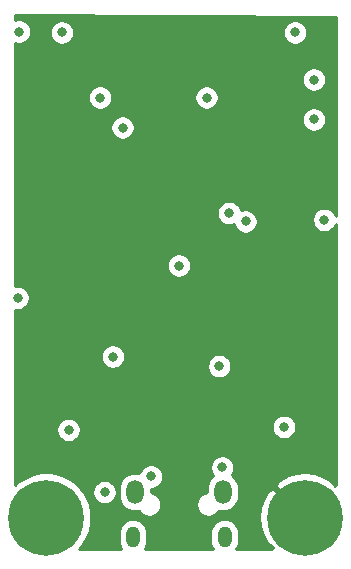
<source format=gbr>
%TF.GenerationSoftware,KiCad,Pcbnew,(5.1.12-1-10_14)*%
%TF.CreationDate,2022-01-26T17:57:44+01:00*%
%TF.ProjectId,tiny-led-esp32,74696e79-2d6c-4656-942d-65737033322e,rev?*%
%TF.SameCoordinates,Original*%
%TF.FileFunction,Copper,L3,Inr*%
%TF.FilePolarity,Positive*%
%FSLAX46Y46*%
G04 Gerber Fmt 4.6, Leading zero omitted, Abs format (unit mm)*
G04 Created by KiCad (PCBNEW (5.1.12-1-10_14)) date 2022-01-26 17:57:44*
%MOMM*%
%LPD*%
G01*
G04 APERTURE LIST*
%TA.AperFunction,ComponentPad*%
%ADD10C,0.800000*%
%TD*%
%TA.AperFunction,ComponentPad*%
%ADD11C,6.400000*%
%TD*%
%TA.AperFunction,ComponentPad*%
%ADD12O,1.150000X1.800000*%
%TD*%
%TA.AperFunction,ComponentPad*%
%ADD13O,1.450000X2.000000*%
%TD*%
%TA.AperFunction,ViaPad*%
%ADD14C,0.800000*%
%TD*%
%TA.AperFunction,Conductor*%
%ADD15C,0.254000*%
%TD*%
%TA.AperFunction,Conductor*%
%ADD16C,0.100000*%
%TD*%
G04 APERTURE END LIST*
D10*
%TO.N,+5V*%
%TO.C,H2*%
X165400056Y-123905944D03*
X163703000Y-123203000D03*
X162005944Y-123905944D03*
X161303000Y-125603000D03*
X162005944Y-127300056D03*
X163703000Y-128003000D03*
X165400056Y-127300056D03*
X166103000Y-125603000D03*
D11*
X163703000Y-125603000D03*
%TD*%
D10*
%TO.N,GND*%
%TO.C,H1*%
X143505256Y-123905944D03*
X141808200Y-123203000D03*
X140111144Y-123905944D03*
X139408200Y-125603000D03*
X140111144Y-127300056D03*
X141808200Y-128003000D03*
X143505256Y-127300056D03*
X144208200Y-125603000D03*
D11*
X141808200Y-125603000D03*
%TD*%
D12*
%TO.N,Net-(J1-Pad6)*%
%TO.C,J1*%
X149160000Y-127235500D03*
X156910000Y-127235500D03*
D13*
X149310000Y-123435500D03*
X156760000Y-123435500D03*
%TD*%
D14*
%TO.N,+5V*%
X160528000Y-102489000D03*
X149606000Y-112776000D03*
X150050500Y-91630500D03*
X155384500Y-122110500D03*
X149225000Y-121348500D03*
X145732500Y-102489000D03*
X146390000Y-119085000D03*
X164280000Y-119195000D03*
%TO.N,Net-(D1-Pad4)*%
X139509500Y-84455000D03*
%TO.N,GND*%
X156464000Y-112776000D03*
X146748500Y-123444000D03*
X148272500Y-92583000D03*
X146367500Y-90043000D03*
X155384500Y-90043000D03*
X139382500Y-106997500D03*
X150685500Y-122110500D03*
X156718000Y-121348500D03*
X143700500Y-118173500D03*
X161925000Y-117919500D03*
X158686500Y-100520500D03*
X143129000Y-84518500D03*
X162877500Y-84518500D03*
X164465000Y-88519000D03*
X164465000Y-91884500D03*
X165354000Y-100393500D03*
X147450999Y-111975999D03*
%TO.N,+3V3*%
X153035000Y-104267000D03*
X157289500Y-99822000D03*
%TD*%
D15*
%TO.N,+5V*%
X166345000Y-83182068D02*
X166345000Y-100081401D01*
X166271205Y-99903244D01*
X166157937Y-99733726D01*
X166013774Y-99589563D01*
X165844256Y-99476295D01*
X165655898Y-99398274D01*
X165455939Y-99358500D01*
X165252061Y-99358500D01*
X165052102Y-99398274D01*
X164863744Y-99476295D01*
X164694226Y-99589563D01*
X164550063Y-99733726D01*
X164436795Y-99903244D01*
X164358774Y-100091602D01*
X164319000Y-100291561D01*
X164319000Y-100495439D01*
X164358774Y-100695398D01*
X164436795Y-100883756D01*
X164550063Y-101053274D01*
X164694226Y-101197437D01*
X164863744Y-101310705D01*
X165052102Y-101388726D01*
X165252061Y-101428500D01*
X165455939Y-101428500D01*
X165655898Y-101388726D01*
X165844256Y-101310705D01*
X166013774Y-101197437D01*
X166157937Y-101053274D01*
X166271205Y-100883756D01*
X166345000Y-100705599D01*
X166345001Y-122796119D01*
X166337637Y-122788755D01*
X166224275Y-122902117D01*
X165864088Y-122412452D01*
X165200118Y-122052151D01*
X164478615Y-121828306D01*
X163727305Y-121749520D01*
X162975062Y-121818822D01*
X162250792Y-122033548D01*
X161582330Y-122385445D01*
X161541912Y-122412452D01*
X161181724Y-122902119D01*
X163703000Y-125423395D01*
X163717143Y-125409253D01*
X163896748Y-125588858D01*
X163882605Y-125603000D01*
X163896748Y-125617143D01*
X163717143Y-125796748D01*
X163703000Y-125782605D01*
X163688858Y-125796748D01*
X163509253Y-125617143D01*
X163523395Y-125603000D01*
X161002119Y-123081724D01*
X160512452Y-123441912D01*
X160152151Y-124105882D01*
X159928306Y-124827385D01*
X159849520Y-125578695D01*
X159918822Y-126330938D01*
X160133548Y-127055208D01*
X160485445Y-127723670D01*
X160512452Y-127764088D01*
X161002117Y-128124275D01*
X160888755Y-128237637D01*
X160896118Y-128245000D01*
X157913553Y-128245000D01*
X157920946Y-128235992D01*
X158033303Y-128025787D01*
X158102492Y-127797701D01*
X158120000Y-127619937D01*
X158120000Y-126851064D01*
X158102492Y-126673300D01*
X158033303Y-126445213D01*
X157920946Y-126235008D01*
X157769739Y-126050761D01*
X157585492Y-125899554D01*
X157375287Y-125787197D01*
X157147201Y-125718008D01*
X156910000Y-125694646D01*
X156672800Y-125718008D01*
X156444714Y-125787197D01*
X156234509Y-125899554D01*
X156050262Y-126050761D01*
X155899055Y-126235008D01*
X155786697Y-126445213D01*
X155717508Y-126673299D01*
X155700000Y-126851063D01*
X155700000Y-127619936D01*
X155717508Y-127797700D01*
X155786697Y-128025786D01*
X155899054Y-128235991D01*
X155906447Y-128245000D01*
X150163553Y-128245000D01*
X150170946Y-128235992D01*
X150283303Y-128025787D01*
X150352492Y-127797701D01*
X150370000Y-127619937D01*
X150370000Y-126851064D01*
X150352492Y-126673300D01*
X150283303Y-126445213D01*
X150170946Y-126235008D01*
X150019739Y-126050761D01*
X149835492Y-125899554D01*
X149625287Y-125787197D01*
X149397201Y-125718008D01*
X149160000Y-125694646D01*
X148922800Y-125718008D01*
X148694714Y-125787197D01*
X148484509Y-125899554D01*
X148300262Y-126050761D01*
X148149055Y-126235008D01*
X148036697Y-126445213D01*
X147967508Y-126673299D01*
X147950000Y-126851063D01*
X147950000Y-127619936D01*
X147967508Y-127797700D01*
X148036697Y-128025786D01*
X148149054Y-128235991D01*
X148156447Y-128245000D01*
X144589709Y-128245000D01*
X144787039Y-128047670D01*
X145206733Y-127419554D01*
X145495823Y-126721628D01*
X145643200Y-125980715D01*
X145643200Y-125225285D01*
X145495823Y-124484372D01*
X145206733Y-123786446D01*
X144909805Y-123342061D01*
X145713500Y-123342061D01*
X145713500Y-123545939D01*
X145753274Y-123745898D01*
X145831295Y-123934256D01*
X145944563Y-124103774D01*
X146088726Y-124247937D01*
X146258244Y-124361205D01*
X146446602Y-124439226D01*
X146646561Y-124479000D01*
X146850439Y-124479000D01*
X147050398Y-124439226D01*
X147238756Y-124361205D01*
X147408274Y-124247937D01*
X147552437Y-124103774D01*
X147665705Y-123934256D01*
X147743726Y-123745898D01*
X147783500Y-123545939D01*
X147783500Y-123342061D01*
X147743726Y-123142102D01*
X147723674Y-123093691D01*
X147950000Y-123093691D01*
X147950000Y-123777308D01*
X147969678Y-123977106D01*
X148047445Y-124233467D01*
X148173730Y-124469730D01*
X148343682Y-124676817D01*
X148550769Y-124846770D01*
X148787032Y-124973055D01*
X149043393Y-125050822D01*
X149310000Y-125077080D01*
X149576606Y-125050822D01*
X149652558Y-125027782D01*
X149731063Y-125145274D01*
X149875226Y-125289437D01*
X150044744Y-125402705D01*
X150233102Y-125480726D01*
X150433061Y-125520500D01*
X150636939Y-125520500D01*
X150836898Y-125480726D01*
X151025256Y-125402705D01*
X151194774Y-125289437D01*
X151338937Y-125145274D01*
X151452205Y-124975756D01*
X151530226Y-124787398D01*
X151570000Y-124587439D01*
X151570000Y-124383561D01*
X154500000Y-124383561D01*
X154500000Y-124587439D01*
X154539774Y-124787398D01*
X154617795Y-124975756D01*
X154731063Y-125145274D01*
X154875226Y-125289437D01*
X155044744Y-125402705D01*
X155233102Y-125480726D01*
X155433061Y-125520500D01*
X155636939Y-125520500D01*
X155836898Y-125480726D01*
X156025256Y-125402705D01*
X156194774Y-125289437D01*
X156338937Y-125145274D01*
X156417442Y-125027782D01*
X156493393Y-125050822D01*
X156760000Y-125077080D01*
X157026606Y-125050822D01*
X157282967Y-124973055D01*
X157519230Y-124846770D01*
X157726317Y-124676818D01*
X157896270Y-124469731D01*
X158022555Y-124233468D01*
X158100322Y-123977107D01*
X158120000Y-123777309D01*
X158120000Y-123093692D01*
X158100322Y-122893894D01*
X158022555Y-122637532D01*
X157896270Y-122401269D01*
X157726318Y-122194182D01*
X157519231Y-122024230D01*
X157510596Y-122019615D01*
X157521937Y-122008274D01*
X157635205Y-121838756D01*
X157713226Y-121650398D01*
X157753000Y-121450439D01*
X157753000Y-121246561D01*
X157713226Y-121046602D01*
X157635205Y-120858244D01*
X157521937Y-120688726D01*
X157377774Y-120544563D01*
X157208256Y-120431295D01*
X157019898Y-120353274D01*
X156819939Y-120313500D01*
X156616061Y-120313500D01*
X156416102Y-120353274D01*
X156227744Y-120431295D01*
X156058226Y-120544563D01*
X155914063Y-120688726D01*
X155800795Y-120858244D01*
X155722774Y-121046602D01*
X155683000Y-121246561D01*
X155683000Y-121450439D01*
X155722774Y-121650398D01*
X155800795Y-121838756D01*
X155914063Y-122008274D01*
X155961910Y-122056121D01*
X155793683Y-122194182D01*
X155623730Y-122401269D01*
X155497445Y-122637532D01*
X155419678Y-122893893D01*
X155400000Y-123093691D01*
X155400000Y-123457076D01*
X155233102Y-123490274D01*
X155044744Y-123568295D01*
X154875226Y-123681563D01*
X154731063Y-123825726D01*
X154617795Y-123995244D01*
X154539774Y-124183602D01*
X154500000Y-124383561D01*
X151570000Y-124383561D01*
X151530226Y-124183602D01*
X151452205Y-123995244D01*
X151338937Y-123825726D01*
X151194774Y-123681563D01*
X151025256Y-123568295D01*
X150836898Y-123490274D01*
X150670000Y-123457076D01*
X150670000Y-123145500D01*
X150787439Y-123145500D01*
X150987398Y-123105726D01*
X151175756Y-123027705D01*
X151345274Y-122914437D01*
X151489437Y-122770274D01*
X151602705Y-122600756D01*
X151680726Y-122412398D01*
X151720500Y-122212439D01*
X151720500Y-122008561D01*
X151680726Y-121808602D01*
X151602705Y-121620244D01*
X151489437Y-121450726D01*
X151345274Y-121306563D01*
X151175756Y-121193295D01*
X150987398Y-121115274D01*
X150787439Y-121075500D01*
X150583561Y-121075500D01*
X150383602Y-121115274D01*
X150195244Y-121193295D01*
X150025726Y-121306563D01*
X149881563Y-121450726D01*
X149768295Y-121620244D01*
X149690274Y-121808602D01*
X149681634Y-121852038D01*
X149576607Y-121820178D01*
X149310000Y-121793920D01*
X149043394Y-121820178D01*
X148787033Y-121897945D01*
X148550770Y-122024230D01*
X148343683Y-122194182D01*
X148173730Y-122401269D01*
X148047445Y-122637532D01*
X147969678Y-122893893D01*
X147950000Y-123093691D01*
X147723674Y-123093691D01*
X147665705Y-122953744D01*
X147552437Y-122784226D01*
X147408274Y-122640063D01*
X147238756Y-122526795D01*
X147050398Y-122448774D01*
X146850439Y-122409000D01*
X146646561Y-122409000D01*
X146446602Y-122448774D01*
X146258244Y-122526795D01*
X146088726Y-122640063D01*
X145944563Y-122784226D01*
X145831295Y-122953744D01*
X145753274Y-123142102D01*
X145713500Y-123342061D01*
X144909805Y-123342061D01*
X144787039Y-123158330D01*
X144252870Y-122624161D01*
X143624754Y-122204467D01*
X142926828Y-121915377D01*
X142185915Y-121768000D01*
X141430485Y-121768000D01*
X140689572Y-121915377D01*
X139991646Y-122204467D01*
X139363530Y-122624161D01*
X139153500Y-122834191D01*
X139153500Y-118071561D01*
X142665500Y-118071561D01*
X142665500Y-118275439D01*
X142705274Y-118475398D01*
X142783295Y-118663756D01*
X142896563Y-118833274D01*
X143040726Y-118977437D01*
X143210244Y-119090705D01*
X143398602Y-119168726D01*
X143598561Y-119208500D01*
X143802439Y-119208500D01*
X144002398Y-119168726D01*
X144190756Y-119090705D01*
X144360274Y-118977437D01*
X144504437Y-118833274D01*
X144617705Y-118663756D01*
X144695726Y-118475398D01*
X144735500Y-118275439D01*
X144735500Y-118071561D01*
X144695726Y-117871602D01*
X144673342Y-117817561D01*
X160890000Y-117817561D01*
X160890000Y-118021439D01*
X160929774Y-118221398D01*
X161007795Y-118409756D01*
X161121063Y-118579274D01*
X161265226Y-118723437D01*
X161434744Y-118836705D01*
X161623102Y-118914726D01*
X161823061Y-118954500D01*
X162026939Y-118954500D01*
X162226898Y-118914726D01*
X162415256Y-118836705D01*
X162584774Y-118723437D01*
X162728937Y-118579274D01*
X162842205Y-118409756D01*
X162920226Y-118221398D01*
X162960000Y-118021439D01*
X162960000Y-117817561D01*
X162920226Y-117617602D01*
X162842205Y-117429244D01*
X162728937Y-117259726D01*
X162584774Y-117115563D01*
X162415256Y-117002295D01*
X162226898Y-116924274D01*
X162026939Y-116884500D01*
X161823061Y-116884500D01*
X161623102Y-116924274D01*
X161434744Y-117002295D01*
X161265226Y-117115563D01*
X161121063Y-117259726D01*
X161007795Y-117429244D01*
X160929774Y-117617602D01*
X160890000Y-117817561D01*
X144673342Y-117817561D01*
X144617705Y-117683244D01*
X144504437Y-117513726D01*
X144360274Y-117369563D01*
X144190756Y-117256295D01*
X144002398Y-117178274D01*
X143802439Y-117138500D01*
X143598561Y-117138500D01*
X143398602Y-117178274D01*
X143210244Y-117256295D01*
X143040726Y-117369563D01*
X142896563Y-117513726D01*
X142783295Y-117683244D01*
X142705274Y-117871602D01*
X142665500Y-118071561D01*
X139153500Y-118071561D01*
X139153500Y-111874060D01*
X146415999Y-111874060D01*
X146415999Y-112077938D01*
X146455773Y-112277897D01*
X146533794Y-112466255D01*
X146647062Y-112635773D01*
X146791225Y-112779936D01*
X146960743Y-112893204D01*
X147149101Y-112971225D01*
X147349060Y-113010999D01*
X147552938Y-113010999D01*
X147752897Y-112971225D01*
X147941255Y-112893204D01*
X148110773Y-112779936D01*
X148216648Y-112674061D01*
X155429000Y-112674061D01*
X155429000Y-112877939D01*
X155468774Y-113077898D01*
X155546795Y-113266256D01*
X155660063Y-113435774D01*
X155804226Y-113579937D01*
X155973744Y-113693205D01*
X156162102Y-113771226D01*
X156362061Y-113811000D01*
X156565939Y-113811000D01*
X156765898Y-113771226D01*
X156954256Y-113693205D01*
X157123774Y-113579937D01*
X157267937Y-113435774D01*
X157381205Y-113266256D01*
X157459226Y-113077898D01*
X157499000Y-112877939D01*
X157499000Y-112674061D01*
X157459226Y-112474102D01*
X157381205Y-112285744D01*
X157267937Y-112116226D01*
X157123774Y-111972063D01*
X156954256Y-111858795D01*
X156765898Y-111780774D01*
X156565939Y-111741000D01*
X156362061Y-111741000D01*
X156162102Y-111780774D01*
X155973744Y-111858795D01*
X155804226Y-111972063D01*
X155660063Y-112116226D01*
X155546795Y-112285744D01*
X155468774Y-112474102D01*
X155429000Y-112674061D01*
X148216648Y-112674061D01*
X148254936Y-112635773D01*
X148368204Y-112466255D01*
X148446225Y-112277897D01*
X148485999Y-112077938D01*
X148485999Y-111874060D01*
X148446225Y-111674101D01*
X148368204Y-111485743D01*
X148254936Y-111316225D01*
X148110773Y-111172062D01*
X147941255Y-111058794D01*
X147752897Y-110980773D01*
X147552938Y-110940999D01*
X147349060Y-110940999D01*
X147149101Y-110980773D01*
X146960743Y-111058794D01*
X146791225Y-111172062D01*
X146647062Y-111316225D01*
X146533794Y-111485743D01*
X146455773Y-111674101D01*
X146415999Y-111874060D01*
X139153500Y-111874060D01*
X139153500Y-108007226D01*
X139280561Y-108032500D01*
X139484439Y-108032500D01*
X139684398Y-107992726D01*
X139872756Y-107914705D01*
X140042274Y-107801437D01*
X140186437Y-107657274D01*
X140299705Y-107487756D01*
X140377726Y-107299398D01*
X140417500Y-107099439D01*
X140417500Y-106895561D01*
X140377726Y-106695602D01*
X140299705Y-106507244D01*
X140186437Y-106337726D01*
X140042274Y-106193563D01*
X139872756Y-106080295D01*
X139684398Y-106002274D01*
X139484439Y-105962500D01*
X139280561Y-105962500D01*
X139153500Y-105987774D01*
X139153500Y-104165061D01*
X152000000Y-104165061D01*
X152000000Y-104368939D01*
X152039774Y-104568898D01*
X152117795Y-104757256D01*
X152231063Y-104926774D01*
X152375226Y-105070937D01*
X152544744Y-105184205D01*
X152733102Y-105262226D01*
X152933061Y-105302000D01*
X153136939Y-105302000D01*
X153336898Y-105262226D01*
X153525256Y-105184205D01*
X153694774Y-105070937D01*
X153838937Y-104926774D01*
X153952205Y-104757256D01*
X154030226Y-104568898D01*
X154070000Y-104368939D01*
X154070000Y-104165061D01*
X154030226Y-103965102D01*
X153952205Y-103776744D01*
X153838937Y-103607226D01*
X153694774Y-103463063D01*
X153525256Y-103349795D01*
X153336898Y-103271774D01*
X153136939Y-103232000D01*
X152933061Y-103232000D01*
X152733102Y-103271774D01*
X152544744Y-103349795D01*
X152375226Y-103463063D01*
X152231063Y-103607226D01*
X152117795Y-103776744D01*
X152039774Y-103965102D01*
X152000000Y-104165061D01*
X139153500Y-104165061D01*
X139153500Y-99720061D01*
X156254500Y-99720061D01*
X156254500Y-99923939D01*
X156294274Y-100123898D01*
X156372295Y-100312256D01*
X156485563Y-100481774D01*
X156629726Y-100625937D01*
X156799244Y-100739205D01*
X156987602Y-100817226D01*
X157187561Y-100857000D01*
X157391439Y-100857000D01*
X157591398Y-100817226D01*
X157682721Y-100779399D01*
X157691274Y-100822398D01*
X157769295Y-101010756D01*
X157882563Y-101180274D01*
X158026726Y-101324437D01*
X158196244Y-101437705D01*
X158384602Y-101515726D01*
X158584561Y-101555500D01*
X158788439Y-101555500D01*
X158988398Y-101515726D01*
X159176756Y-101437705D01*
X159346274Y-101324437D01*
X159490437Y-101180274D01*
X159603705Y-101010756D01*
X159681726Y-100822398D01*
X159721500Y-100622439D01*
X159721500Y-100418561D01*
X159681726Y-100218602D01*
X159603705Y-100030244D01*
X159490437Y-99860726D01*
X159346274Y-99716563D01*
X159176756Y-99603295D01*
X158988398Y-99525274D01*
X158788439Y-99485500D01*
X158584561Y-99485500D01*
X158384602Y-99525274D01*
X158293279Y-99563101D01*
X158284726Y-99520102D01*
X158206705Y-99331744D01*
X158093437Y-99162226D01*
X157949274Y-99018063D01*
X157779756Y-98904795D01*
X157591398Y-98826774D01*
X157391439Y-98787000D01*
X157187561Y-98787000D01*
X156987602Y-98826774D01*
X156799244Y-98904795D01*
X156629726Y-99018063D01*
X156485563Y-99162226D01*
X156372295Y-99331744D01*
X156294274Y-99520102D01*
X156254500Y-99720061D01*
X139153500Y-99720061D01*
X139153500Y-92481061D01*
X147237500Y-92481061D01*
X147237500Y-92684939D01*
X147277274Y-92884898D01*
X147355295Y-93073256D01*
X147468563Y-93242774D01*
X147612726Y-93386937D01*
X147782244Y-93500205D01*
X147970602Y-93578226D01*
X148170561Y-93618000D01*
X148374439Y-93618000D01*
X148574398Y-93578226D01*
X148762756Y-93500205D01*
X148932274Y-93386937D01*
X149076437Y-93242774D01*
X149189705Y-93073256D01*
X149267726Y-92884898D01*
X149307500Y-92684939D01*
X149307500Y-92481061D01*
X149267726Y-92281102D01*
X149189705Y-92092744D01*
X149076437Y-91923226D01*
X148935772Y-91782561D01*
X163430000Y-91782561D01*
X163430000Y-91986439D01*
X163469774Y-92186398D01*
X163547795Y-92374756D01*
X163661063Y-92544274D01*
X163805226Y-92688437D01*
X163974744Y-92801705D01*
X164163102Y-92879726D01*
X164363061Y-92919500D01*
X164566939Y-92919500D01*
X164766898Y-92879726D01*
X164955256Y-92801705D01*
X165124774Y-92688437D01*
X165268937Y-92544274D01*
X165382205Y-92374756D01*
X165460226Y-92186398D01*
X165500000Y-91986439D01*
X165500000Y-91782561D01*
X165460226Y-91582602D01*
X165382205Y-91394244D01*
X165268937Y-91224726D01*
X165124774Y-91080563D01*
X164955256Y-90967295D01*
X164766898Y-90889274D01*
X164566939Y-90849500D01*
X164363061Y-90849500D01*
X164163102Y-90889274D01*
X163974744Y-90967295D01*
X163805226Y-91080563D01*
X163661063Y-91224726D01*
X163547795Y-91394244D01*
X163469774Y-91582602D01*
X163430000Y-91782561D01*
X148935772Y-91782561D01*
X148932274Y-91779063D01*
X148762756Y-91665795D01*
X148574398Y-91587774D01*
X148374439Y-91548000D01*
X148170561Y-91548000D01*
X147970602Y-91587774D01*
X147782244Y-91665795D01*
X147612726Y-91779063D01*
X147468563Y-91923226D01*
X147355295Y-92092744D01*
X147277274Y-92281102D01*
X147237500Y-92481061D01*
X139153500Y-92481061D01*
X139153500Y-89941061D01*
X145332500Y-89941061D01*
X145332500Y-90144939D01*
X145372274Y-90344898D01*
X145450295Y-90533256D01*
X145563563Y-90702774D01*
X145707726Y-90846937D01*
X145877244Y-90960205D01*
X146065602Y-91038226D01*
X146265561Y-91078000D01*
X146469439Y-91078000D01*
X146669398Y-91038226D01*
X146857756Y-90960205D01*
X147027274Y-90846937D01*
X147171437Y-90702774D01*
X147284705Y-90533256D01*
X147362726Y-90344898D01*
X147402500Y-90144939D01*
X147402500Y-89941061D01*
X154349500Y-89941061D01*
X154349500Y-90144939D01*
X154389274Y-90344898D01*
X154467295Y-90533256D01*
X154580563Y-90702774D01*
X154724726Y-90846937D01*
X154894244Y-90960205D01*
X155082602Y-91038226D01*
X155282561Y-91078000D01*
X155486439Y-91078000D01*
X155686398Y-91038226D01*
X155874756Y-90960205D01*
X156044274Y-90846937D01*
X156188437Y-90702774D01*
X156301705Y-90533256D01*
X156379726Y-90344898D01*
X156419500Y-90144939D01*
X156419500Y-89941061D01*
X156379726Y-89741102D01*
X156301705Y-89552744D01*
X156188437Y-89383226D01*
X156044274Y-89239063D01*
X155874756Y-89125795D01*
X155686398Y-89047774D01*
X155486439Y-89008000D01*
X155282561Y-89008000D01*
X155082602Y-89047774D01*
X154894244Y-89125795D01*
X154724726Y-89239063D01*
X154580563Y-89383226D01*
X154467295Y-89552744D01*
X154389274Y-89741102D01*
X154349500Y-89941061D01*
X147402500Y-89941061D01*
X147362726Y-89741102D01*
X147284705Y-89552744D01*
X147171437Y-89383226D01*
X147027274Y-89239063D01*
X146857756Y-89125795D01*
X146669398Y-89047774D01*
X146469439Y-89008000D01*
X146265561Y-89008000D01*
X146065602Y-89047774D01*
X145877244Y-89125795D01*
X145707726Y-89239063D01*
X145563563Y-89383226D01*
X145450295Y-89552744D01*
X145372274Y-89741102D01*
X145332500Y-89941061D01*
X139153500Y-89941061D01*
X139153500Y-88417061D01*
X163430000Y-88417061D01*
X163430000Y-88620939D01*
X163469774Y-88820898D01*
X163547795Y-89009256D01*
X163661063Y-89178774D01*
X163805226Y-89322937D01*
X163974744Y-89436205D01*
X164163102Y-89514226D01*
X164363061Y-89554000D01*
X164566939Y-89554000D01*
X164766898Y-89514226D01*
X164955256Y-89436205D01*
X165124774Y-89322937D01*
X165268937Y-89178774D01*
X165382205Y-89009256D01*
X165460226Y-88820898D01*
X165500000Y-88620939D01*
X165500000Y-88417061D01*
X165460226Y-88217102D01*
X165382205Y-88028744D01*
X165268937Y-87859226D01*
X165124774Y-87715063D01*
X164955256Y-87601795D01*
X164766898Y-87523774D01*
X164566939Y-87484000D01*
X164363061Y-87484000D01*
X164163102Y-87523774D01*
X163974744Y-87601795D01*
X163805226Y-87715063D01*
X163661063Y-87859226D01*
X163547795Y-88028744D01*
X163469774Y-88217102D01*
X163430000Y-88417061D01*
X139153500Y-88417061D01*
X139153500Y-85427816D01*
X139207602Y-85450226D01*
X139407561Y-85490000D01*
X139611439Y-85490000D01*
X139811398Y-85450226D01*
X139999756Y-85372205D01*
X140169274Y-85258937D01*
X140313437Y-85114774D01*
X140426705Y-84945256D01*
X140504726Y-84756898D01*
X140544500Y-84556939D01*
X140544500Y-84416561D01*
X142094000Y-84416561D01*
X142094000Y-84620439D01*
X142133774Y-84820398D01*
X142211795Y-85008756D01*
X142325063Y-85178274D01*
X142469226Y-85322437D01*
X142638744Y-85435705D01*
X142827102Y-85513726D01*
X143027061Y-85553500D01*
X143230939Y-85553500D01*
X143430898Y-85513726D01*
X143619256Y-85435705D01*
X143788774Y-85322437D01*
X143932937Y-85178274D01*
X144046205Y-85008756D01*
X144124226Y-84820398D01*
X144164000Y-84620439D01*
X144164000Y-84416561D01*
X161842500Y-84416561D01*
X161842500Y-84620439D01*
X161882274Y-84820398D01*
X161960295Y-85008756D01*
X162073563Y-85178274D01*
X162217726Y-85322437D01*
X162387244Y-85435705D01*
X162575602Y-85513726D01*
X162775561Y-85553500D01*
X162979439Y-85553500D01*
X163179398Y-85513726D01*
X163367756Y-85435705D01*
X163537274Y-85322437D01*
X163681437Y-85178274D01*
X163794705Y-85008756D01*
X163872726Y-84820398D01*
X163912500Y-84620439D01*
X163912500Y-84416561D01*
X163872726Y-84216602D01*
X163794705Y-84028244D01*
X163681437Y-83858726D01*
X163537274Y-83714563D01*
X163367756Y-83601295D01*
X163179398Y-83523274D01*
X162979439Y-83483500D01*
X162775561Y-83483500D01*
X162575602Y-83523274D01*
X162387244Y-83601295D01*
X162217726Y-83714563D01*
X162073563Y-83858726D01*
X161960295Y-84028244D01*
X161882274Y-84216602D01*
X161842500Y-84416561D01*
X144164000Y-84416561D01*
X144124226Y-84216602D01*
X144046205Y-84028244D01*
X143932937Y-83858726D01*
X143788774Y-83714563D01*
X143619256Y-83601295D01*
X143430898Y-83523274D01*
X143230939Y-83483500D01*
X143027061Y-83483500D01*
X142827102Y-83523274D01*
X142638744Y-83601295D01*
X142469226Y-83714563D01*
X142325063Y-83858726D01*
X142211795Y-84028244D01*
X142133774Y-84216602D01*
X142094000Y-84416561D01*
X140544500Y-84416561D01*
X140544500Y-84353061D01*
X140504726Y-84153102D01*
X140426705Y-83964744D01*
X140313437Y-83795226D01*
X140169274Y-83651063D01*
X139999756Y-83537795D01*
X139811398Y-83459774D01*
X139611439Y-83420000D01*
X139407561Y-83420000D01*
X139207602Y-83459774D01*
X139153500Y-83482184D01*
X139153500Y-83061217D01*
X166345000Y-83182068D01*
%TA.AperFunction,Conductor*%
D16*
G36*
X166345000Y-83182068D02*
G01*
X166345000Y-100081401D01*
X166271205Y-99903244D01*
X166157937Y-99733726D01*
X166013774Y-99589563D01*
X165844256Y-99476295D01*
X165655898Y-99398274D01*
X165455939Y-99358500D01*
X165252061Y-99358500D01*
X165052102Y-99398274D01*
X164863744Y-99476295D01*
X164694226Y-99589563D01*
X164550063Y-99733726D01*
X164436795Y-99903244D01*
X164358774Y-100091602D01*
X164319000Y-100291561D01*
X164319000Y-100495439D01*
X164358774Y-100695398D01*
X164436795Y-100883756D01*
X164550063Y-101053274D01*
X164694226Y-101197437D01*
X164863744Y-101310705D01*
X165052102Y-101388726D01*
X165252061Y-101428500D01*
X165455939Y-101428500D01*
X165655898Y-101388726D01*
X165844256Y-101310705D01*
X166013774Y-101197437D01*
X166157937Y-101053274D01*
X166271205Y-100883756D01*
X166345000Y-100705599D01*
X166345001Y-122796119D01*
X166337637Y-122788755D01*
X166224275Y-122902117D01*
X165864088Y-122412452D01*
X165200118Y-122052151D01*
X164478615Y-121828306D01*
X163727305Y-121749520D01*
X162975062Y-121818822D01*
X162250792Y-122033548D01*
X161582330Y-122385445D01*
X161541912Y-122412452D01*
X161181724Y-122902119D01*
X163703000Y-125423395D01*
X163717143Y-125409253D01*
X163896748Y-125588858D01*
X163882605Y-125603000D01*
X163896748Y-125617143D01*
X163717143Y-125796748D01*
X163703000Y-125782605D01*
X163688858Y-125796748D01*
X163509253Y-125617143D01*
X163523395Y-125603000D01*
X161002119Y-123081724D01*
X160512452Y-123441912D01*
X160152151Y-124105882D01*
X159928306Y-124827385D01*
X159849520Y-125578695D01*
X159918822Y-126330938D01*
X160133548Y-127055208D01*
X160485445Y-127723670D01*
X160512452Y-127764088D01*
X161002117Y-128124275D01*
X160888755Y-128237637D01*
X160896118Y-128245000D01*
X157913553Y-128245000D01*
X157920946Y-128235992D01*
X158033303Y-128025787D01*
X158102492Y-127797701D01*
X158120000Y-127619937D01*
X158120000Y-126851064D01*
X158102492Y-126673300D01*
X158033303Y-126445213D01*
X157920946Y-126235008D01*
X157769739Y-126050761D01*
X157585492Y-125899554D01*
X157375287Y-125787197D01*
X157147201Y-125718008D01*
X156910000Y-125694646D01*
X156672800Y-125718008D01*
X156444714Y-125787197D01*
X156234509Y-125899554D01*
X156050262Y-126050761D01*
X155899055Y-126235008D01*
X155786697Y-126445213D01*
X155717508Y-126673299D01*
X155700000Y-126851063D01*
X155700000Y-127619936D01*
X155717508Y-127797700D01*
X155786697Y-128025786D01*
X155899054Y-128235991D01*
X155906447Y-128245000D01*
X150163553Y-128245000D01*
X150170946Y-128235992D01*
X150283303Y-128025787D01*
X150352492Y-127797701D01*
X150370000Y-127619937D01*
X150370000Y-126851064D01*
X150352492Y-126673300D01*
X150283303Y-126445213D01*
X150170946Y-126235008D01*
X150019739Y-126050761D01*
X149835492Y-125899554D01*
X149625287Y-125787197D01*
X149397201Y-125718008D01*
X149160000Y-125694646D01*
X148922800Y-125718008D01*
X148694714Y-125787197D01*
X148484509Y-125899554D01*
X148300262Y-126050761D01*
X148149055Y-126235008D01*
X148036697Y-126445213D01*
X147967508Y-126673299D01*
X147950000Y-126851063D01*
X147950000Y-127619936D01*
X147967508Y-127797700D01*
X148036697Y-128025786D01*
X148149054Y-128235991D01*
X148156447Y-128245000D01*
X144589709Y-128245000D01*
X144787039Y-128047670D01*
X145206733Y-127419554D01*
X145495823Y-126721628D01*
X145643200Y-125980715D01*
X145643200Y-125225285D01*
X145495823Y-124484372D01*
X145206733Y-123786446D01*
X144909805Y-123342061D01*
X145713500Y-123342061D01*
X145713500Y-123545939D01*
X145753274Y-123745898D01*
X145831295Y-123934256D01*
X145944563Y-124103774D01*
X146088726Y-124247937D01*
X146258244Y-124361205D01*
X146446602Y-124439226D01*
X146646561Y-124479000D01*
X146850439Y-124479000D01*
X147050398Y-124439226D01*
X147238756Y-124361205D01*
X147408274Y-124247937D01*
X147552437Y-124103774D01*
X147665705Y-123934256D01*
X147743726Y-123745898D01*
X147783500Y-123545939D01*
X147783500Y-123342061D01*
X147743726Y-123142102D01*
X147723674Y-123093691D01*
X147950000Y-123093691D01*
X147950000Y-123777308D01*
X147969678Y-123977106D01*
X148047445Y-124233467D01*
X148173730Y-124469730D01*
X148343682Y-124676817D01*
X148550769Y-124846770D01*
X148787032Y-124973055D01*
X149043393Y-125050822D01*
X149310000Y-125077080D01*
X149576606Y-125050822D01*
X149652558Y-125027782D01*
X149731063Y-125145274D01*
X149875226Y-125289437D01*
X150044744Y-125402705D01*
X150233102Y-125480726D01*
X150433061Y-125520500D01*
X150636939Y-125520500D01*
X150836898Y-125480726D01*
X151025256Y-125402705D01*
X151194774Y-125289437D01*
X151338937Y-125145274D01*
X151452205Y-124975756D01*
X151530226Y-124787398D01*
X151570000Y-124587439D01*
X151570000Y-124383561D01*
X154500000Y-124383561D01*
X154500000Y-124587439D01*
X154539774Y-124787398D01*
X154617795Y-124975756D01*
X154731063Y-125145274D01*
X154875226Y-125289437D01*
X155044744Y-125402705D01*
X155233102Y-125480726D01*
X155433061Y-125520500D01*
X155636939Y-125520500D01*
X155836898Y-125480726D01*
X156025256Y-125402705D01*
X156194774Y-125289437D01*
X156338937Y-125145274D01*
X156417442Y-125027782D01*
X156493393Y-125050822D01*
X156760000Y-125077080D01*
X157026606Y-125050822D01*
X157282967Y-124973055D01*
X157519230Y-124846770D01*
X157726317Y-124676818D01*
X157896270Y-124469731D01*
X158022555Y-124233468D01*
X158100322Y-123977107D01*
X158120000Y-123777309D01*
X158120000Y-123093692D01*
X158100322Y-122893894D01*
X158022555Y-122637532D01*
X157896270Y-122401269D01*
X157726318Y-122194182D01*
X157519231Y-122024230D01*
X157510596Y-122019615D01*
X157521937Y-122008274D01*
X157635205Y-121838756D01*
X157713226Y-121650398D01*
X157753000Y-121450439D01*
X157753000Y-121246561D01*
X157713226Y-121046602D01*
X157635205Y-120858244D01*
X157521937Y-120688726D01*
X157377774Y-120544563D01*
X157208256Y-120431295D01*
X157019898Y-120353274D01*
X156819939Y-120313500D01*
X156616061Y-120313500D01*
X156416102Y-120353274D01*
X156227744Y-120431295D01*
X156058226Y-120544563D01*
X155914063Y-120688726D01*
X155800795Y-120858244D01*
X155722774Y-121046602D01*
X155683000Y-121246561D01*
X155683000Y-121450439D01*
X155722774Y-121650398D01*
X155800795Y-121838756D01*
X155914063Y-122008274D01*
X155961910Y-122056121D01*
X155793683Y-122194182D01*
X155623730Y-122401269D01*
X155497445Y-122637532D01*
X155419678Y-122893893D01*
X155400000Y-123093691D01*
X155400000Y-123457076D01*
X155233102Y-123490274D01*
X155044744Y-123568295D01*
X154875226Y-123681563D01*
X154731063Y-123825726D01*
X154617795Y-123995244D01*
X154539774Y-124183602D01*
X154500000Y-124383561D01*
X151570000Y-124383561D01*
X151530226Y-124183602D01*
X151452205Y-123995244D01*
X151338937Y-123825726D01*
X151194774Y-123681563D01*
X151025256Y-123568295D01*
X150836898Y-123490274D01*
X150670000Y-123457076D01*
X150670000Y-123145500D01*
X150787439Y-123145500D01*
X150987398Y-123105726D01*
X151175756Y-123027705D01*
X151345274Y-122914437D01*
X151489437Y-122770274D01*
X151602705Y-122600756D01*
X151680726Y-122412398D01*
X151720500Y-122212439D01*
X151720500Y-122008561D01*
X151680726Y-121808602D01*
X151602705Y-121620244D01*
X151489437Y-121450726D01*
X151345274Y-121306563D01*
X151175756Y-121193295D01*
X150987398Y-121115274D01*
X150787439Y-121075500D01*
X150583561Y-121075500D01*
X150383602Y-121115274D01*
X150195244Y-121193295D01*
X150025726Y-121306563D01*
X149881563Y-121450726D01*
X149768295Y-121620244D01*
X149690274Y-121808602D01*
X149681634Y-121852038D01*
X149576607Y-121820178D01*
X149310000Y-121793920D01*
X149043394Y-121820178D01*
X148787033Y-121897945D01*
X148550770Y-122024230D01*
X148343683Y-122194182D01*
X148173730Y-122401269D01*
X148047445Y-122637532D01*
X147969678Y-122893893D01*
X147950000Y-123093691D01*
X147723674Y-123093691D01*
X147665705Y-122953744D01*
X147552437Y-122784226D01*
X147408274Y-122640063D01*
X147238756Y-122526795D01*
X147050398Y-122448774D01*
X146850439Y-122409000D01*
X146646561Y-122409000D01*
X146446602Y-122448774D01*
X146258244Y-122526795D01*
X146088726Y-122640063D01*
X145944563Y-122784226D01*
X145831295Y-122953744D01*
X145753274Y-123142102D01*
X145713500Y-123342061D01*
X144909805Y-123342061D01*
X144787039Y-123158330D01*
X144252870Y-122624161D01*
X143624754Y-122204467D01*
X142926828Y-121915377D01*
X142185915Y-121768000D01*
X141430485Y-121768000D01*
X140689572Y-121915377D01*
X139991646Y-122204467D01*
X139363530Y-122624161D01*
X139153500Y-122834191D01*
X139153500Y-118071561D01*
X142665500Y-118071561D01*
X142665500Y-118275439D01*
X142705274Y-118475398D01*
X142783295Y-118663756D01*
X142896563Y-118833274D01*
X143040726Y-118977437D01*
X143210244Y-119090705D01*
X143398602Y-119168726D01*
X143598561Y-119208500D01*
X143802439Y-119208500D01*
X144002398Y-119168726D01*
X144190756Y-119090705D01*
X144360274Y-118977437D01*
X144504437Y-118833274D01*
X144617705Y-118663756D01*
X144695726Y-118475398D01*
X144735500Y-118275439D01*
X144735500Y-118071561D01*
X144695726Y-117871602D01*
X144673342Y-117817561D01*
X160890000Y-117817561D01*
X160890000Y-118021439D01*
X160929774Y-118221398D01*
X161007795Y-118409756D01*
X161121063Y-118579274D01*
X161265226Y-118723437D01*
X161434744Y-118836705D01*
X161623102Y-118914726D01*
X161823061Y-118954500D01*
X162026939Y-118954500D01*
X162226898Y-118914726D01*
X162415256Y-118836705D01*
X162584774Y-118723437D01*
X162728937Y-118579274D01*
X162842205Y-118409756D01*
X162920226Y-118221398D01*
X162960000Y-118021439D01*
X162960000Y-117817561D01*
X162920226Y-117617602D01*
X162842205Y-117429244D01*
X162728937Y-117259726D01*
X162584774Y-117115563D01*
X162415256Y-117002295D01*
X162226898Y-116924274D01*
X162026939Y-116884500D01*
X161823061Y-116884500D01*
X161623102Y-116924274D01*
X161434744Y-117002295D01*
X161265226Y-117115563D01*
X161121063Y-117259726D01*
X161007795Y-117429244D01*
X160929774Y-117617602D01*
X160890000Y-117817561D01*
X144673342Y-117817561D01*
X144617705Y-117683244D01*
X144504437Y-117513726D01*
X144360274Y-117369563D01*
X144190756Y-117256295D01*
X144002398Y-117178274D01*
X143802439Y-117138500D01*
X143598561Y-117138500D01*
X143398602Y-117178274D01*
X143210244Y-117256295D01*
X143040726Y-117369563D01*
X142896563Y-117513726D01*
X142783295Y-117683244D01*
X142705274Y-117871602D01*
X142665500Y-118071561D01*
X139153500Y-118071561D01*
X139153500Y-111874060D01*
X146415999Y-111874060D01*
X146415999Y-112077938D01*
X146455773Y-112277897D01*
X146533794Y-112466255D01*
X146647062Y-112635773D01*
X146791225Y-112779936D01*
X146960743Y-112893204D01*
X147149101Y-112971225D01*
X147349060Y-113010999D01*
X147552938Y-113010999D01*
X147752897Y-112971225D01*
X147941255Y-112893204D01*
X148110773Y-112779936D01*
X148216648Y-112674061D01*
X155429000Y-112674061D01*
X155429000Y-112877939D01*
X155468774Y-113077898D01*
X155546795Y-113266256D01*
X155660063Y-113435774D01*
X155804226Y-113579937D01*
X155973744Y-113693205D01*
X156162102Y-113771226D01*
X156362061Y-113811000D01*
X156565939Y-113811000D01*
X156765898Y-113771226D01*
X156954256Y-113693205D01*
X157123774Y-113579937D01*
X157267937Y-113435774D01*
X157381205Y-113266256D01*
X157459226Y-113077898D01*
X157499000Y-112877939D01*
X157499000Y-112674061D01*
X157459226Y-112474102D01*
X157381205Y-112285744D01*
X157267937Y-112116226D01*
X157123774Y-111972063D01*
X156954256Y-111858795D01*
X156765898Y-111780774D01*
X156565939Y-111741000D01*
X156362061Y-111741000D01*
X156162102Y-111780774D01*
X155973744Y-111858795D01*
X155804226Y-111972063D01*
X155660063Y-112116226D01*
X155546795Y-112285744D01*
X155468774Y-112474102D01*
X155429000Y-112674061D01*
X148216648Y-112674061D01*
X148254936Y-112635773D01*
X148368204Y-112466255D01*
X148446225Y-112277897D01*
X148485999Y-112077938D01*
X148485999Y-111874060D01*
X148446225Y-111674101D01*
X148368204Y-111485743D01*
X148254936Y-111316225D01*
X148110773Y-111172062D01*
X147941255Y-111058794D01*
X147752897Y-110980773D01*
X147552938Y-110940999D01*
X147349060Y-110940999D01*
X147149101Y-110980773D01*
X146960743Y-111058794D01*
X146791225Y-111172062D01*
X146647062Y-111316225D01*
X146533794Y-111485743D01*
X146455773Y-111674101D01*
X146415999Y-111874060D01*
X139153500Y-111874060D01*
X139153500Y-108007226D01*
X139280561Y-108032500D01*
X139484439Y-108032500D01*
X139684398Y-107992726D01*
X139872756Y-107914705D01*
X140042274Y-107801437D01*
X140186437Y-107657274D01*
X140299705Y-107487756D01*
X140377726Y-107299398D01*
X140417500Y-107099439D01*
X140417500Y-106895561D01*
X140377726Y-106695602D01*
X140299705Y-106507244D01*
X140186437Y-106337726D01*
X140042274Y-106193563D01*
X139872756Y-106080295D01*
X139684398Y-106002274D01*
X139484439Y-105962500D01*
X139280561Y-105962500D01*
X139153500Y-105987774D01*
X139153500Y-104165061D01*
X152000000Y-104165061D01*
X152000000Y-104368939D01*
X152039774Y-104568898D01*
X152117795Y-104757256D01*
X152231063Y-104926774D01*
X152375226Y-105070937D01*
X152544744Y-105184205D01*
X152733102Y-105262226D01*
X152933061Y-105302000D01*
X153136939Y-105302000D01*
X153336898Y-105262226D01*
X153525256Y-105184205D01*
X153694774Y-105070937D01*
X153838937Y-104926774D01*
X153952205Y-104757256D01*
X154030226Y-104568898D01*
X154070000Y-104368939D01*
X154070000Y-104165061D01*
X154030226Y-103965102D01*
X153952205Y-103776744D01*
X153838937Y-103607226D01*
X153694774Y-103463063D01*
X153525256Y-103349795D01*
X153336898Y-103271774D01*
X153136939Y-103232000D01*
X152933061Y-103232000D01*
X152733102Y-103271774D01*
X152544744Y-103349795D01*
X152375226Y-103463063D01*
X152231063Y-103607226D01*
X152117795Y-103776744D01*
X152039774Y-103965102D01*
X152000000Y-104165061D01*
X139153500Y-104165061D01*
X139153500Y-99720061D01*
X156254500Y-99720061D01*
X156254500Y-99923939D01*
X156294274Y-100123898D01*
X156372295Y-100312256D01*
X156485563Y-100481774D01*
X156629726Y-100625937D01*
X156799244Y-100739205D01*
X156987602Y-100817226D01*
X157187561Y-100857000D01*
X157391439Y-100857000D01*
X157591398Y-100817226D01*
X157682721Y-100779399D01*
X157691274Y-100822398D01*
X157769295Y-101010756D01*
X157882563Y-101180274D01*
X158026726Y-101324437D01*
X158196244Y-101437705D01*
X158384602Y-101515726D01*
X158584561Y-101555500D01*
X158788439Y-101555500D01*
X158988398Y-101515726D01*
X159176756Y-101437705D01*
X159346274Y-101324437D01*
X159490437Y-101180274D01*
X159603705Y-101010756D01*
X159681726Y-100822398D01*
X159721500Y-100622439D01*
X159721500Y-100418561D01*
X159681726Y-100218602D01*
X159603705Y-100030244D01*
X159490437Y-99860726D01*
X159346274Y-99716563D01*
X159176756Y-99603295D01*
X158988398Y-99525274D01*
X158788439Y-99485500D01*
X158584561Y-99485500D01*
X158384602Y-99525274D01*
X158293279Y-99563101D01*
X158284726Y-99520102D01*
X158206705Y-99331744D01*
X158093437Y-99162226D01*
X157949274Y-99018063D01*
X157779756Y-98904795D01*
X157591398Y-98826774D01*
X157391439Y-98787000D01*
X157187561Y-98787000D01*
X156987602Y-98826774D01*
X156799244Y-98904795D01*
X156629726Y-99018063D01*
X156485563Y-99162226D01*
X156372295Y-99331744D01*
X156294274Y-99520102D01*
X156254500Y-99720061D01*
X139153500Y-99720061D01*
X139153500Y-92481061D01*
X147237500Y-92481061D01*
X147237500Y-92684939D01*
X147277274Y-92884898D01*
X147355295Y-93073256D01*
X147468563Y-93242774D01*
X147612726Y-93386937D01*
X147782244Y-93500205D01*
X147970602Y-93578226D01*
X148170561Y-93618000D01*
X148374439Y-93618000D01*
X148574398Y-93578226D01*
X148762756Y-93500205D01*
X148932274Y-93386937D01*
X149076437Y-93242774D01*
X149189705Y-93073256D01*
X149267726Y-92884898D01*
X149307500Y-92684939D01*
X149307500Y-92481061D01*
X149267726Y-92281102D01*
X149189705Y-92092744D01*
X149076437Y-91923226D01*
X148935772Y-91782561D01*
X163430000Y-91782561D01*
X163430000Y-91986439D01*
X163469774Y-92186398D01*
X163547795Y-92374756D01*
X163661063Y-92544274D01*
X163805226Y-92688437D01*
X163974744Y-92801705D01*
X164163102Y-92879726D01*
X164363061Y-92919500D01*
X164566939Y-92919500D01*
X164766898Y-92879726D01*
X164955256Y-92801705D01*
X165124774Y-92688437D01*
X165268937Y-92544274D01*
X165382205Y-92374756D01*
X165460226Y-92186398D01*
X165500000Y-91986439D01*
X165500000Y-91782561D01*
X165460226Y-91582602D01*
X165382205Y-91394244D01*
X165268937Y-91224726D01*
X165124774Y-91080563D01*
X164955256Y-90967295D01*
X164766898Y-90889274D01*
X164566939Y-90849500D01*
X164363061Y-90849500D01*
X164163102Y-90889274D01*
X163974744Y-90967295D01*
X163805226Y-91080563D01*
X163661063Y-91224726D01*
X163547795Y-91394244D01*
X163469774Y-91582602D01*
X163430000Y-91782561D01*
X148935772Y-91782561D01*
X148932274Y-91779063D01*
X148762756Y-91665795D01*
X148574398Y-91587774D01*
X148374439Y-91548000D01*
X148170561Y-91548000D01*
X147970602Y-91587774D01*
X147782244Y-91665795D01*
X147612726Y-91779063D01*
X147468563Y-91923226D01*
X147355295Y-92092744D01*
X147277274Y-92281102D01*
X147237500Y-92481061D01*
X139153500Y-92481061D01*
X139153500Y-89941061D01*
X145332500Y-89941061D01*
X145332500Y-90144939D01*
X145372274Y-90344898D01*
X145450295Y-90533256D01*
X145563563Y-90702774D01*
X145707726Y-90846937D01*
X145877244Y-90960205D01*
X146065602Y-91038226D01*
X146265561Y-91078000D01*
X146469439Y-91078000D01*
X146669398Y-91038226D01*
X146857756Y-90960205D01*
X147027274Y-90846937D01*
X147171437Y-90702774D01*
X147284705Y-90533256D01*
X147362726Y-90344898D01*
X147402500Y-90144939D01*
X147402500Y-89941061D01*
X154349500Y-89941061D01*
X154349500Y-90144939D01*
X154389274Y-90344898D01*
X154467295Y-90533256D01*
X154580563Y-90702774D01*
X154724726Y-90846937D01*
X154894244Y-90960205D01*
X155082602Y-91038226D01*
X155282561Y-91078000D01*
X155486439Y-91078000D01*
X155686398Y-91038226D01*
X155874756Y-90960205D01*
X156044274Y-90846937D01*
X156188437Y-90702774D01*
X156301705Y-90533256D01*
X156379726Y-90344898D01*
X156419500Y-90144939D01*
X156419500Y-89941061D01*
X156379726Y-89741102D01*
X156301705Y-89552744D01*
X156188437Y-89383226D01*
X156044274Y-89239063D01*
X155874756Y-89125795D01*
X155686398Y-89047774D01*
X155486439Y-89008000D01*
X155282561Y-89008000D01*
X155082602Y-89047774D01*
X154894244Y-89125795D01*
X154724726Y-89239063D01*
X154580563Y-89383226D01*
X154467295Y-89552744D01*
X154389274Y-89741102D01*
X154349500Y-89941061D01*
X147402500Y-89941061D01*
X147362726Y-89741102D01*
X147284705Y-89552744D01*
X147171437Y-89383226D01*
X147027274Y-89239063D01*
X146857756Y-89125795D01*
X146669398Y-89047774D01*
X146469439Y-89008000D01*
X146265561Y-89008000D01*
X146065602Y-89047774D01*
X145877244Y-89125795D01*
X145707726Y-89239063D01*
X145563563Y-89383226D01*
X145450295Y-89552744D01*
X145372274Y-89741102D01*
X145332500Y-89941061D01*
X139153500Y-89941061D01*
X139153500Y-88417061D01*
X163430000Y-88417061D01*
X163430000Y-88620939D01*
X163469774Y-88820898D01*
X163547795Y-89009256D01*
X163661063Y-89178774D01*
X163805226Y-89322937D01*
X163974744Y-89436205D01*
X164163102Y-89514226D01*
X164363061Y-89554000D01*
X164566939Y-89554000D01*
X164766898Y-89514226D01*
X164955256Y-89436205D01*
X165124774Y-89322937D01*
X165268937Y-89178774D01*
X165382205Y-89009256D01*
X165460226Y-88820898D01*
X165500000Y-88620939D01*
X165500000Y-88417061D01*
X165460226Y-88217102D01*
X165382205Y-88028744D01*
X165268937Y-87859226D01*
X165124774Y-87715063D01*
X164955256Y-87601795D01*
X164766898Y-87523774D01*
X164566939Y-87484000D01*
X164363061Y-87484000D01*
X164163102Y-87523774D01*
X163974744Y-87601795D01*
X163805226Y-87715063D01*
X163661063Y-87859226D01*
X163547795Y-88028744D01*
X163469774Y-88217102D01*
X163430000Y-88417061D01*
X139153500Y-88417061D01*
X139153500Y-85427816D01*
X139207602Y-85450226D01*
X139407561Y-85490000D01*
X139611439Y-85490000D01*
X139811398Y-85450226D01*
X139999756Y-85372205D01*
X140169274Y-85258937D01*
X140313437Y-85114774D01*
X140426705Y-84945256D01*
X140504726Y-84756898D01*
X140544500Y-84556939D01*
X140544500Y-84416561D01*
X142094000Y-84416561D01*
X142094000Y-84620439D01*
X142133774Y-84820398D01*
X142211795Y-85008756D01*
X142325063Y-85178274D01*
X142469226Y-85322437D01*
X142638744Y-85435705D01*
X142827102Y-85513726D01*
X143027061Y-85553500D01*
X143230939Y-85553500D01*
X143430898Y-85513726D01*
X143619256Y-85435705D01*
X143788774Y-85322437D01*
X143932937Y-85178274D01*
X144046205Y-85008756D01*
X144124226Y-84820398D01*
X144164000Y-84620439D01*
X144164000Y-84416561D01*
X161842500Y-84416561D01*
X161842500Y-84620439D01*
X161882274Y-84820398D01*
X161960295Y-85008756D01*
X162073563Y-85178274D01*
X162217726Y-85322437D01*
X162387244Y-85435705D01*
X162575602Y-85513726D01*
X162775561Y-85553500D01*
X162979439Y-85553500D01*
X163179398Y-85513726D01*
X163367756Y-85435705D01*
X163537274Y-85322437D01*
X163681437Y-85178274D01*
X163794705Y-85008756D01*
X163872726Y-84820398D01*
X163912500Y-84620439D01*
X163912500Y-84416561D01*
X163872726Y-84216602D01*
X163794705Y-84028244D01*
X163681437Y-83858726D01*
X163537274Y-83714563D01*
X163367756Y-83601295D01*
X163179398Y-83523274D01*
X162979439Y-83483500D01*
X162775561Y-83483500D01*
X162575602Y-83523274D01*
X162387244Y-83601295D01*
X162217726Y-83714563D01*
X162073563Y-83858726D01*
X161960295Y-84028244D01*
X161882274Y-84216602D01*
X161842500Y-84416561D01*
X144164000Y-84416561D01*
X144124226Y-84216602D01*
X144046205Y-84028244D01*
X143932937Y-83858726D01*
X143788774Y-83714563D01*
X143619256Y-83601295D01*
X143430898Y-83523274D01*
X143230939Y-83483500D01*
X143027061Y-83483500D01*
X142827102Y-83523274D01*
X142638744Y-83601295D01*
X142469226Y-83714563D01*
X142325063Y-83858726D01*
X142211795Y-84028244D01*
X142133774Y-84216602D01*
X142094000Y-84416561D01*
X140544500Y-84416561D01*
X140544500Y-84353061D01*
X140504726Y-84153102D01*
X140426705Y-83964744D01*
X140313437Y-83795226D01*
X140169274Y-83651063D01*
X139999756Y-83537795D01*
X139811398Y-83459774D01*
X139611439Y-83420000D01*
X139407561Y-83420000D01*
X139207602Y-83459774D01*
X139153500Y-83482184D01*
X139153500Y-83061217D01*
X166345000Y-83182068D01*
G37*
%TD.AperFunction*%
%TD*%
M02*

</source>
